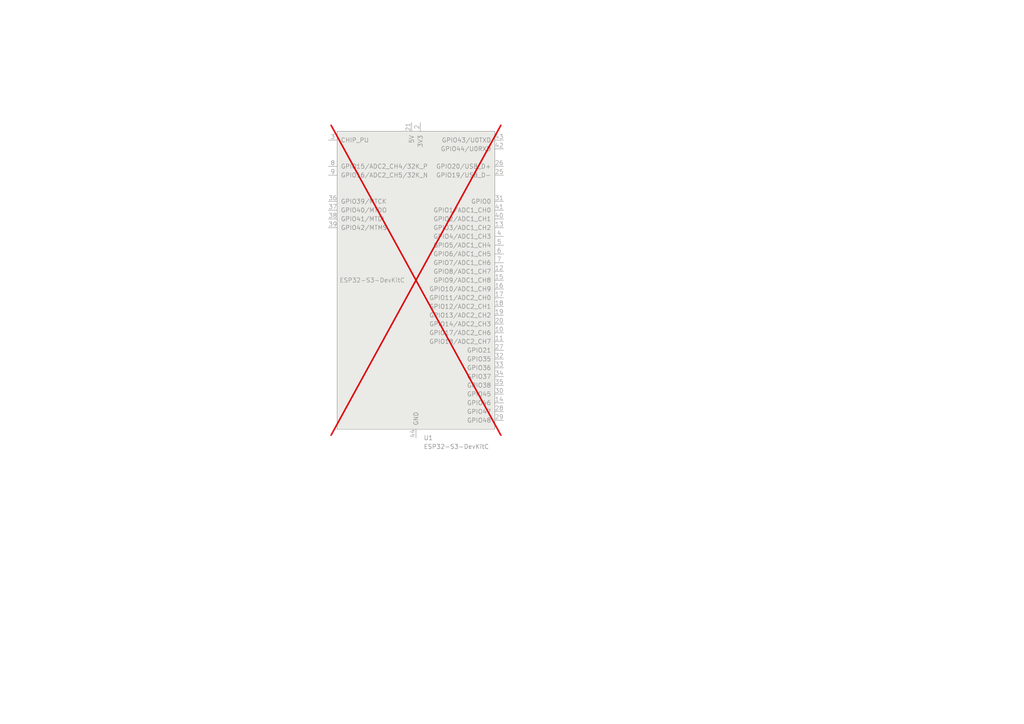
<source format=kicad_sch>
(kicad_sch (version 20231120) (generator "eeschema") (generator_version "8.0")
  (paper "A4")
  (lib_symbols
    (symbol "Espressif:ESP32-S3-DevKitC" (pin_names (offset 1.016))
      (property "Reference" "U" (at -22.86 48.26 0))
      (property "Value" "ESP32-S3-DevKitC" (at -22.86 45.72 0))
      (symbol "ESP32-S3-DevKitC_0_0"
        (text "ESP32-S3-DevKitC" (at -12.7 0 0) (effects (font (size 1.27 1.27))))
        (pin bidirectional line (at 25.4 -35.56 180) (length 2.54) (name "GPIO46") (number "14"))
        (pin bidirectional line (at 25.4 -10.16 180) (length 2.54) (name "GPIO13/ADC2_CH2") (number "19"))
        (pin bidirectional line (at -25.4 15.24 0) (length 2.54) (name "GPIO42/MTMS") (number "39"))
        (pin bidirectional line (at 25.4 17.78 180) (length 2.54) (name "GPIO2/ADC1_CH1") (number "40"))
        (pin bidirectional line (at 25.4 20.32 180) (length 2.54) (name "GPIO1/ADC1_CH0") (number "41"))
        (pin bidirectional line (at 25.4 38.1 180) (length 2.54) (name "GPIO44/U0RXD") (number "42"))
        (pin bidirectional line (at 25.4 40.64 180) (length 2.54) (name "GPIO43/U0TXD") (number "43"))
        (pin power_in line (at 0 -45.72 90) (length 2.54) (name "GND") (number "44"))
      )
      (symbol "ESP32-S3-DevKitC_0_1"
        (rectangle (start -22.86 43.18) (end 22.86 -43.18) (fill (type background)))
        (pin power_in line (at 1.27 45.72 270) (length 2.54) (name "3V3") (number "2"))
      )
      (symbol "ESP32-S3-DevKitC_1_1"
        (pin passive line (at 1.27 45.72 270) (length 2.54) hide (name "3V3") (number "1"))
        (pin bidirectional line (at 25.4 -15.24 180) (length 2.54) (name "GPIO17/ADC2_CH6") (number "10"))
        (pin bidirectional line (at 25.4 -17.78 180) (length 2.54) (name "GPIO18/ADC2_CH7") (number "11"))
        (pin bidirectional line (at 25.4 2.54 180) (length 2.54) (name "GPIO8/ADC1_CH7") (number "12"))
        (pin bidirectional line (at 25.4 15.24 180) (length 2.54) (name "GPIO3/ADC1_CH2") (number "13"))
        (pin bidirectional line (at 25.4 0 180) (length 2.54) (name "GPIO9/ADC1_CH8") (number "15"))
        (pin bidirectional line (at 25.4 -2.54 180) (length 2.54) (name "GPIO10/ADC1_CH9") (number "16"))
        (pin bidirectional line (at 25.4 -5.08 180) (length 2.54) (name "GPIO11/ADC2_CH0") (number "17"))
        (pin bidirectional line (at 25.4 -7.62 180) (length 2.54) (name "GPIO12/ADC2_CH1") (number "18"))
        (pin bidirectional line (at 25.4 -12.7 180) (length 2.54) (name "GPIO14/ADC2_CH3") (number "20"))
        (pin power_in line (at -1.27 45.72 270) (length 2.54) (name "5V") (number "21"))
        (pin passive line (at 0 -45.72 90) (length 2.54) hide (name "GND") (number "22"))
        (pin passive line (at 0 -45.72 90) (length 2.54) hide (name "GND") (number "23"))
        (pin passive line (at 0 -45.72 90) (length 2.54) hide (name "GND") (number "24"))
        (pin bidirectional line (at 25.4 30.48 180) (length 2.54) (name "GPIO19/USB_D-") (number "25"))
        (pin bidirectional line (at 25.4 33.02 180) (length 2.54) (name "GPIO20/USB_D+") (number "26"))
        (pin bidirectional line (at 25.4 -20.32 180) (length 2.54) (name "GPIO21") (number "27"))
        (pin bidirectional line (at 25.4 -38.1 180) (length 2.54) (name "GPIO47") (number "28"))
        (pin bidirectional line (at 25.4 -40.64 180) (length 2.54) (name "GPIO48") (number "29"))
        (pin input line (at -25.4 40.64 0) (length 2.54) (name "CHIP_PU") (number "3"))
        (pin bidirectional line (at 25.4 -33.02 180) (length 2.54) (name "GPIO45") (number "30"))
        (pin bidirectional line (at 25.4 22.86 180) (length 2.54) (name "GPIO0") (number "31"))
        (pin bidirectional line (at 25.4 -22.86 180) (length 2.54) (name "GPIO35") (number "32"))
        (pin bidirectional line (at 25.4 -25.4 180) (length 2.54) (name "GPIO36") (number "33"))
        (pin bidirectional line (at 25.4 -27.94 180) (length 2.54) (name "GPIO37") (number "34"))
        (pin bidirectional line (at 25.4 -30.48 180) (length 2.54) (name "GPIO38") (number "35"))
        (pin bidirectional line (at -25.4 22.86 0) (length 2.54) (name "GPIO39/MTCK") (number "36"))
        (pin bidirectional line (at -25.4 20.32 0) (length 2.54) (name "GPIO40/MTDO") (number "37"))
        (pin bidirectional line (at -25.4 17.78 0) (length 2.54) (name "GPIO41/MTDI") (number "38"))
        (pin bidirectional line (at 25.4 12.7 180) (length 2.54) (name "GPIO4/ADC1_CH3") (number "4"))
        (pin bidirectional line (at 25.4 10.16 180) (length 2.54) (name "GPIO5/ADC1_CH4") (number "5"))
        (pin bidirectional line (at 25.4 7.62 180) (length 2.54) (name "GPIO6/ADC1_CH5") (number "6"))
        (pin bidirectional line (at 25.4 5.08 180) (length 2.54) (name "GPIO7/ADC1_CH6") (number "7"))
        (pin bidirectional line (at -25.4 33.02 0) (length 2.54) (name "GPIO15/ADC2_CH4/32K_P") (number "8"))
        (pin bidirectional line (at -25.4 30.48 0) (length 2.54) (name "GPIO16/ADC2_CH5/32K_N") (number "9"))
      )
    )
  )
  (symbol (lib_id "Espressif:ESP32-S3-DevKitC") (at 120.65 81.28 0) (unit 1) (in_bom no) (on_board no) (dnp yes)
    (property "Reference" "U1" (at 122.8441 127 0) (effects (justify left)))
    (property "Value" "ESP32-S3-DevKitC" (at 122.8441 129.54 0) (effects (justify left)))
    (property "Footprint" "Espressif:ESP32-S3-DevKitC" (effects (hide yes)))
    (property "Description" "ESP32-S3-DevKitC" (effects (hide yes)))
  )
)
</source>
